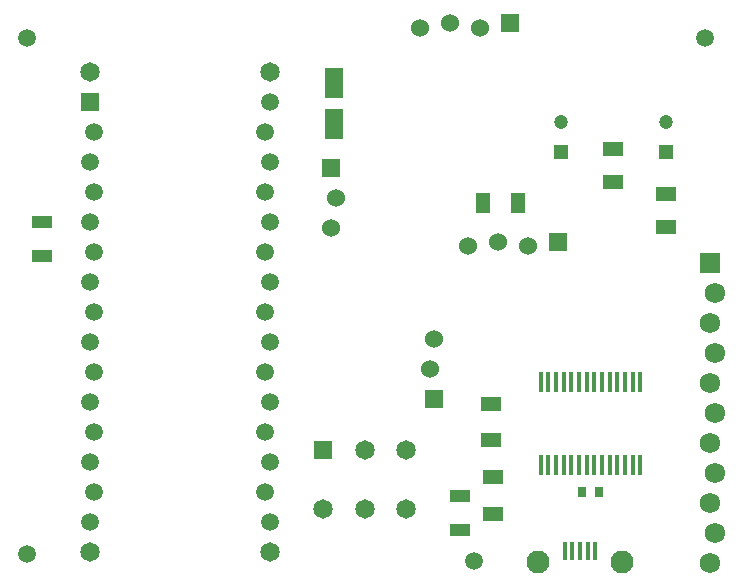
<source format=gbr>
%TF.GenerationSoftware,Altium Limited,Altium Designer,24.0.1 (36)*%
G04 Layer_Color=255*
%FSLAX45Y45*%
%MOMM*%
%TF.SameCoordinates,87475131-42DB-44E4-9C0F-69BDD36FC7AA*%
%TF.FilePolarity,Positive*%
%TF.FileFunction,Pads,Top*%
%TF.Part,Single*%
G01*
G75*
%TA.AperFunction,SMDPad,CuDef*%
%ADD10R,1.70000X1.10000*%
%ADD11R,1.80000X1.15000*%
%ADD12R,0.75000X0.94000*%
%ADD13R,1.15000X1.80000*%
%TA.AperFunction,ConnectorPad*%
%ADD14R,0.40000X1.50000*%
%TA.AperFunction,SMDPad,CuDef*%
%ADD15R,1.70000X1.15000*%
%ADD16R,0.45000X1.70000*%
%ADD17R,1.60000X2.50000*%
%TA.AperFunction,ComponentPad*%
%ADD22R,1.52400X1.52400*%
%ADD23C,1.52400*%
%ADD24R,1.52400X1.52400*%
%ADD25C,1.50000*%
%ADD26C,1.95000*%
%ADD27C,1.72500*%
%ADD28R,1.72500X1.72500*%
%ADD29R,1.20000X1.20000*%
%ADD30C,1.20000*%
%ADD31R,1.65000X1.65000*%
%ADD32C,1.65000*%
%ADD33C,1.65100*%
%ADD34C,1.50800*%
%ADD35R,1.50800X1.50800*%
D10*
X3911600Y490000D02*
D03*
Y780000D02*
D03*
X368300Y3104100D02*
D03*
Y2814100D02*
D03*
D11*
X4175292Y1257812D02*
D03*
Y1557812D02*
D03*
X4191000Y944900D02*
D03*
Y629900D02*
D03*
D12*
X5086500Y812800D02*
D03*
X4946500D02*
D03*
D13*
X4404500Y3263900D02*
D03*
X4104500D02*
D03*
D14*
X4797600Y315500D02*
D03*
X4862600D02*
D03*
X4927600D02*
D03*
X4992600D02*
D03*
X5057600D02*
D03*
D15*
X5207000Y3441400D02*
D03*
Y3721400D02*
D03*
X5658353Y3060400D02*
D03*
Y3340400D02*
D03*
D16*
X5439000Y1747000D02*
D03*
X5374000D02*
D03*
X5309000D02*
D03*
X5244000D02*
D03*
X5179000D02*
D03*
X5114000D02*
D03*
X5049000D02*
D03*
X4984000D02*
D03*
X4919000D02*
D03*
X4854000D02*
D03*
X4789000D02*
D03*
X4724000D02*
D03*
X4659000D02*
D03*
X4594000D02*
D03*
Y1047000D02*
D03*
X4659000D02*
D03*
X4724000D02*
D03*
X4789000D02*
D03*
X4854000D02*
D03*
X4919000D02*
D03*
X4984000D02*
D03*
X5049000D02*
D03*
X5114000D02*
D03*
X5179000D02*
D03*
X5244000D02*
D03*
X5309000D02*
D03*
X5374000D02*
D03*
X5439000D02*
D03*
D17*
X2844800Y4277100D02*
D03*
Y3927100D02*
D03*
D22*
X3693500Y1603200D02*
D03*
X2817500Y3556000D02*
D03*
D23*
X3653500Y1857200D02*
D03*
X3693500Y2111200D02*
D03*
X3569500Y4746200D02*
D03*
X4077500D02*
D03*
X3823500Y4786200D02*
D03*
X3975100Y2893700D02*
D03*
X4483100D02*
D03*
X4229100Y2933700D02*
D03*
X2817500Y3048000D02*
D03*
X2857500Y3302000D02*
D03*
D24*
X4331500Y4786200D02*
D03*
X4737100Y2933700D02*
D03*
D25*
X4025900Y228600D02*
D03*
X241300Y292100D02*
D03*
Y4660900D02*
D03*
X5981700D02*
D03*
D26*
X4570100Y226500D02*
D03*
X5285100D02*
D03*
D27*
X6070600Y469900D02*
D03*
Y977900D02*
D03*
Y1485900D02*
D03*
X6030600Y2247900D02*
D03*
Y215900D02*
D03*
Y723900D02*
D03*
Y1231900D02*
D03*
Y1739900D02*
D03*
X6070600Y1993900D02*
D03*
Y2501900D02*
D03*
D28*
X6030600Y2755900D02*
D03*
D29*
X4762500Y3695700D02*
D03*
X5658353Y3695699D02*
D03*
D30*
X4762500Y3949700D02*
D03*
X5658353Y3949699D02*
D03*
D31*
X2754400Y1168400D02*
D03*
D32*
Y668400D02*
D03*
X3104400Y1168400D02*
D03*
Y668400D02*
D03*
X3454400Y1168400D02*
D03*
Y668400D02*
D03*
D33*
X2298700Y4368800D02*
D03*
X774700D02*
D03*
X2298700Y304800D02*
D03*
X774700D02*
D03*
D34*
X2298700Y4114800D02*
D03*
X2258700Y3860800D02*
D03*
X2298700Y3606800D02*
D03*
X2258700Y3352800D02*
D03*
X2298700Y3098800D02*
D03*
X2258700Y2844800D02*
D03*
X2298700Y2590800D02*
D03*
X2258700Y2336800D02*
D03*
X2298700Y2082800D02*
D03*
X2258700Y1828800D02*
D03*
X2298700Y1574800D02*
D03*
X2258700Y1320800D02*
D03*
X2298700Y1066800D02*
D03*
X2258700Y812800D02*
D03*
X2298700Y558800D02*
D03*
X774700D02*
D03*
X814700Y812800D02*
D03*
X774700Y1066800D02*
D03*
X814700Y1320800D02*
D03*
X774700Y1574800D02*
D03*
X814700Y1828800D02*
D03*
X774700Y2082800D02*
D03*
X814700Y2336800D02*
D03*
X774700Y2590800D02*
D03*
X814700Y2844800D02*
D03*
X774700Y3098800D02*
D03*
X814700Y3352800D02*
D03*
X774700Y3606800D02*
D03*
X814700Y3860800D02*
D03*
D35*
X774700Y4114800D02*
D03*
%TF.MD5,40aa3205f05021e68737431c8b1de593*%
M02*

</source>
